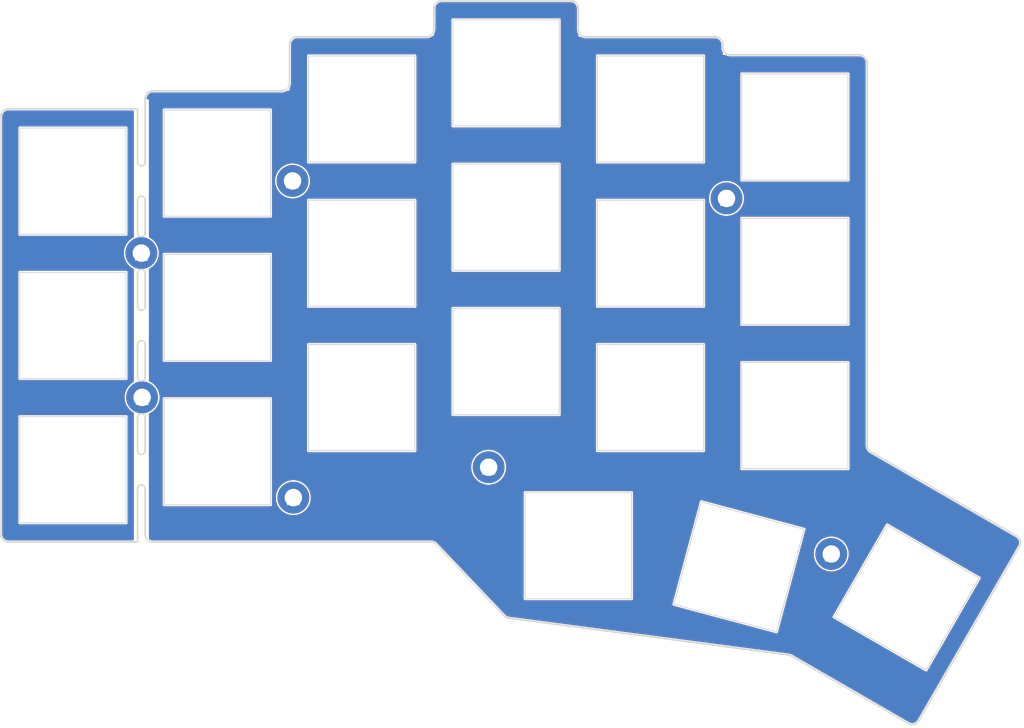
<source format=kicad_pcb>
(kicad_pcb (version 20211014) (generator pcbnew)
  (layers (0 "F.Cu" signal) (31 "B.Cu" signal) (34 "B.Paste" user) (35 "F.Paste" user) (36 "B.SilkS" user "B.Silkscreen") (37 "F.SilkS" user "F.Silkscreen") (38 "B.Mask" user) (39 "F.Mask" user) (44 "Edge.Cuts" user))
  (net 0 "")
  (footprint "kbd:SW_Hole" (layer "F.Cu") (at 42.721463 76.099368)
    (fp_text reference "K18" hide)
    (fp_text value "KEYSW" hide)
    (fp_line (start -7 -7) (end -7 7) (layer "Edge.Cuts") (width 0.12))
    (fp_line (start 7 -7) (end -7 -7) (layer "Edge.Cuts") (width 0.12))
    (fp_line (start 7 7) (end 7 -7) (layer "Edge.Cuts") (width 0.12))
    (fp_line (start -7 7) (end 7 7) (layer "Edge.Cuts") (width 0.12))
  )
  (footprint "kbd:SW_Hole" (layer "F.Cu") (at 118.721463 47.599367)
    (fp_text reference "K21" hide)
    (fp_text value "KEYSW" hide)
    (fp_line (start -7 -7) (end -7 7) (layer "Edge.Cuts") (width 0.12))
    (fp_line (start 7 -7) (end -7 -7) (layer "Edge.Cuts") (width 0.12))
    (fp_line (start -7 7) (end 7 7) (layer "Edge.Cuts") (width 0.12))
    (fp_line (start 7 7) (end 7 -7) (layer "Edge.Cuts") (width 0.12))
  )
  (footprint "kbd:SW_Hole" (layer "F.Cu") (at 42.721463 57.099368)
    (fp_text reference "K14" hide)
    (fp_text value "KEYSW" hide)
    (fp_line (start -7 -7) (end -7 7) (layer "Edge.Cuts") (width 0.12))
    (fp_line (start 7 -7) (end -7 -7) (layer "Edge.Cuts") (width 0.12))
    (fp_line (start 7 7) (end 7 -7) (layer "Edge.Cuts") (width 0.12))
    (fp_line (start -7 7) (end 7 7) (layer "Edge.Cuts") (width 0.12))
  )
  (footprint "kbd:SW_Hole" (layer "F.Cu") (at 61.721463 35.724368)
    (fp_text reference "K13" hide)
    (fp_text value "KEYSW" hide)
    (fp_line (start -7 -7) (end -7 7) (layer "Edge.Cuts") (width 0.12))
    (fp_line (start -7 7) (end 7 7) (layer "Edge.Cuts") (width 0.12))
    (fp_line (start 7 -7) (end -7 -7) (layer "Edge.Cuts") (width 0.12))
    (fp_line (start 7 7) (end 7 -7) (layer "Edge.Cuts") (width 0.12))
  )
  (footprint "kbd:SW_Hole" (layer "F.Cu") (at 152.426296 92.925796 60)
    (fp_text reference "K22" hide)
    (fp_text value "KEYSW" hide)
    (fp_line (start -7 7) (end 7 7) (layer "Edge.Cuts") (width 0.12))
    (fp_line (start 7 -7) (end -7 -7) (layer "Edge.Cuts") (width 0.12))
    (fp_line (start -7 -7) (end -7 7) (layer "Edge.Cuts") (width 0.12))
    (fp_line (start 7 7) (end 7 -7) (layer "Edge.Cuts") (width 0.12))
  )
  (footprint "kbd:M2_Hole_TH" (layer "F.Cu") (at 128.721463 40.374367)
    (fp_text reference "H8" (at 0 0.5) (layer "F.SilkS"))
    (fp_text value "MountingHole")
    (pad "" thru_hole circle (at 0 0) (size 4.2 4.2) (drill 2.3) (layers *.Cu *.Mask))
  )
  (footprint "kbd:SW_Hole" (layer "F.Cu") (at 80.721463 66.599368)
    (fp_text reference "K9" hide)
    (fp_text value "KEYSW" hide)
    (fp_line (start -7 7) (end 7 7) (layer "Edge.Cuts") (width 0.12))
    (fp_line (start -7 -7) (end -7 7) (layer "Edge.Cuts") (width 0.12))
    (fp_line (start 7 7) (end 7 -7) (layer "Edge.Cuts") (width 0.12))
    (fp_line (start 7 -7) (end -7 -7) (layer "Edge.Cuts") (width 0.12))
  )
  (footprint "kbd:M2_Hole_TH" (layer "F.Cu") (at 71.621463 38.074367)
    (fp_text reference "H4" (at 0 0.5) (layer "F.SilkS"))
    (fp_text value "MountingHole")
    (pad "" thru_hole circle (at 0 0) (size 4.2 4.2) (drill 2.3) (layers *.Cu *.Mask))
  )
  (footprint "kbd:SW_Hole" (layer "F.Cu") (at 130.35654 88.881582 -15)
    (fp_text reference "K1" hide)
    (fp_text value "KEYSW" hide)
    (fp_line (start -7 7) (end 7 7) (layer "Edge.Cuts") (width 0.12))
    (fp_line (start -7 -7) (end -7 7) (layer "Edge.Cuts") (width 0.12))
    (fp_line (start 7 7) (end 7 -7) (layer "Edge.Cuts") (width 0.12))
    (fp_line (start 7 -7) (end -7 -7) (layer "Edge.Cuts") (width 0.12))
  )
  (footprint "kbd:SW_Hole" (layer "F.Cu") (at 99.721463 23.849368)
    (fp_text reference "K11" hide)
    (fp_text value "KEYSW" hide)
    (fp_line (start 7 -7) (end -7 -7) (layer "Edge.Cuts") (width 0.12))
    (fp_line (start -7 7) (end 7 7) (layer "Edge.Cuts") (width 0.12))
    (fp_line (start 7 7) (end 7 -7) (layer "Edge.Cuts") (width 0.12))
    (fp_line (start -7 -7) (end -7 7) (layer "Edge.Cuts") (width 0.12))
  )
  (footprint "kbd:M2_Hole_TH" (layer "F.Cu") (at 51.821463 66.574367)
    (fp_text reference "H2" (at 0 0.5) (layer "F.SilkS"))
    (fp_text value "MountingHole")
    (pad "" thru_hole circle (at 0 0) (size 4.2 4.2) (drill 2.3) (layers *.Cu *.Mask))
  )
  (footprint "kbd:SW_Hole" (layer "F.Cu") (at 42.721463 38.099368)
    (fp_text reference "K7" hide)
    (fp_text value "KEYSW" hide)
    (fp_line (start -7 -7) (end -7 7) (layer "Edge.Cuts") (width 0.12))
    (fp_line (start -7 7) (end 7 7) (layer "Edge.Cuts") (width 0.12))
    (fp_line (start 7 7) (end 7 -7) (layer "Edge.Cuts") (width 0.12))
    (fp_line (start 7 -7) (end -7 -7) (layer "Edge.Cuts") (width 0.12))
  )
  (footprint "kbd:SW_Hole" (layer "F.Cu") (at 118.721463 66.599367)
    (fp_text reference "K12" hide)
    (fp_text value "KEYSW" hide)
    (fp_line (start 7 -7) (end -7 -7) (layer "Edge.Cuts") (width 0.12))
    (fp_line (start -7 7) (end 7 7) (layer "Edge.Cuts") (width 0.12))
    (fp_line (start 7 7) (end 7 -7) (layer "Edge.Cuts") (width 0.12))
    (fp_line (start -7 -7) (end -7 7) (layer "Edge.Cuts") (width 0.12))
  )
  (footprint "kbd:M2_Hole_TH" (layer "F.Cu") (at 51.721463 47.574367)
    (fp_text reference "H1" (at 0 0.5) (layer "F.SilkS"))
    (fp_text value "MountingHole")
    (pad "" thru_hole circle (at 0 0) (size 4.2 4.2) (drill 2.3) (layers *.Cu *.Mask))
  )
  (footprint "kbd:SW_Hole" (layer "F.Cu") (at 118.721463 28.599367)
    (fp_text reference "K16" hide)
    (fp_text value "KEYSW" hide)
    (fp_line (start -7 7) (end 7 7) (layer "Edge.Cuts") (width 0.12))
    (fp_line (start 7 7) (end 7 -7) (layer "Edge.Cuts") (width 0.12))
    (fp_line (start -7 -7) (end -7 7) (layer "Edge.Cuts") (width 0.12))
    (fp_line (start 7 -7) (end -7 -7) (layer "Edge.Cuts") (width 0.12))
  )
  (footprint "kbd:SW_Hole" (layer "F.Cu") (at 80.721463 47.599368)
    (fp_text reference "K6" hide)
    (fp_text value "KEYSW" hide)
    (fp_line (start -7 7) (end 7 7) (layer "Edge.Cuts") (width 0.12))
    (fp_line (start 7 7) (end 7 -7) (layer "Edge.Cuts") (width 0.12))
    (fp_line (start -7 -7) (end -7 7) (layer "Edge.Cuts") (width 0.12))
    (fp_line (start 7 -7) (end -7 -7) (layer "Edge.Cuts") (width 0.12))
  )
  (footprint "kbd:M2_Hole_TH" (layer "F.Cu") (at 97.421463 75.774367)
    (fp_text reference "H6" (at 0 0.5) (layer "F.SilkS"))
    (fp_text value "MountingHole")
    (pad "" thru_hole circle (at 0 0) (size 4.2 4.2) (drill 2.3) (layers *.Cu *.Mask))
  )
  (footprint "kbd:SW_Hole" (layer "F.Cu") (at 109.221463 86.099097)
    (fp_text reference "K5" hide)
    (fp_text value "KEYSW" hide)
    (fp_line (start -7 7) (end 7 7) (layer "Edge.Cuts") (width 0.12))
    (fp_line (start 7 -7) (end -7 -7) (layer "Edge.Cuts") (width 0.12))
    (fp_line (start -7 -7) (end -7 7) (layer "Edge.Cuts") (width 0.12))
    (fp_line (start 7 7) (end 7 -7) (layer "Edge.Cuts") (width 0.12))
  )
  (footprint "kbd:SW_Hole" (layer "F.Cu") (at 137.721463 49.974367)
    (fp_text reference "K3" hide)
    (fp_text value "KEYSW" hide)
    (fp_line (start -7 -7) (end -7 7) (layer "Edge.Cuts") (width 0.12))
    (fp_line (start -7 7) (end 7 7) (layer "Edge.Cuts") (width 0.12))
    (fp_line (start 7 -7) (end -7 -7) (layer "Edge.Cuts") (width 0.12))
    (fp_line (start 7 7) (end 7 -7) (layer "Edge.Cuts") (width 0.12))
  )
  (footprint "kbd:SW_Hole" (layer "F.Cu") (at 99.721463 42.849368)
    (fp_text reference "K19" hide)
    (fp_text value "KEYSW" hide)
    (fp_line (start -7 7) (end 7 7) (layer "Edge.Cuts") (width 0.12))
    (fp_line (start -7 -7) (end -7 7) (layer "Edge.Cuts") (width 0.12))
    (fp_line (start 7 -7) (end -7 -7) (layer "Edge.Cuts") (width 0.12))
    (fp_line (start 7 7) (end 7 -7) (layer "Edge.Cuts") (width 0.12))
  )
  (footprint "kbd:SW_Hole" (layer "F.Cu") (at 61.721463 73.724368)
    (fp_text reference "K8" hide)
    (fp_text value "KEYSW" hide)
    (fp_line (start -7 7) (end 7 7) (layer "Edge.Cuts") (width 0.12))
    (fp_line (start 7 -7) (end -7 -7) (layer "Edge.Cuts") (width 0.12))
    (fp_line (start -7 -7) (end -7 7) (layer "Edge.Cuts") (width 0.12))
    (fp_line (start 7 7) (end 7 -7) (layer "Edge.Cuts") (width 0.12))
  )
  (footprint "kbd:M2_Hole_TH" (layer "F.Cu") (at 71.721463 79.774367)
    (fp_text reference "H5" (at 0 0.5) (layer "F.SilkS"))
    (fp_text value "MountingHole")
    (pad "" thru_hole circle (at 0 0) (size 4.2 4.2) (drill 2.3) (layers *.Cu *.Mask))
  )
  (footprint "kbd:SW_Hole" (layer "F.Cu") (at 137.721463 30.974367)
    (fp_text reference "K4" hide)
    (fp_text value "KEYSW" hide)
    (fp_line (start 7 7) (end 7 -7) (layer "Edge.Cuts") (width 0.12))
    (fp_line (start -7 7) (end 7 7) (layer "Edge.Cuts") (width 0.12))
    (fp_line (start 7 -7) (end -7 -7) (layer "Edge.Cuts") (width 0.12))
    (fp_line (start -7 -7) (end -7 7) (layer "Edge.Cuts") (width 0.12))
  )
  (footprint "kbd:SW_Hole" (layer "F.Cu") (at 137.721463 68.974367)
    (fp_text reference "K2" hide)
    (fp_text value "KEYSW" hide)
    (fp_line (start -7 7) (end 7 7) (layer "Edge.Cuts") (width 0.12))
    (fp_line (start -7 -7) (end -7 7) (layer "Edge.Cuts") (width 0.12))
    (fp_line (start 7 7) (end 7 -7) (layer "Edge.Cuts") (width 0.12))
    (fp_line (start 7 -7) (end -7 -7) (layer "Edge.Cuts") (width 0.12))
  )
  (footprint "kbd:SW_Hole" (layer "F.Cu") (at 99.721463 61.849368)
    (fp_text reference "K15" hide)
    (fp_text value "KEYSW" hide)
    (fp_line (start 7 -7) (end -7 -7) (layer "Edge.Cuts") (width 0.12))
    (fp_line (start -7 -7) (end -7 7) (layer "Edge.Cuts") (width 0.12))
    (fp_line (start 7 7) (end 7 -7) (layer "Edge.Cuts") (width 0.12))
    (fp_line (start -7 7) (end 7 7) (layer "Edge.Cuts") (width 0.12))
  )
  (footprint "kbd:M2_Hole_TH" (layer "F.Cu") (at 142.507505 87.19918)
    (fp_text reference "H9" (at 0 0.5) (layer "F.SilkS"))
    (fp_text value "MountingHole")
    (pad "" thru_hole circle (at 0 0) (size 4.2 4.2) (drill 2.3) (layers *.Cu *.Mask))
  )
  (footprint "kbd:SW_Hole" (layer "F.Cu") (at 61.721463 54.724368)
    (fp_text reference "K17" hide)
    (fp_text value "KEYSW" hide)
    (fp_line (start -7 -7) (end -7 7) (layer "Edge.Cuts") (width 0.12))
    (fp_line (start 7 7) (end 7 -7) (layer "Edge.Cuts") (width 0.12))
    (fp_line (start 7 -7) (end -7 -7) (layer "Edge.Cuts") (width 0.12))
    (fp_line (start -7 7) (end 7 7) (layer "Edge.Cuts") (width 0.12))
  )
  (footprint "kbd:SW_Hole" (layer "F.Cu") (at 80.721463 28.599368)
    (fp_text reference "K20" hide)
    (fp_text value "KEYSW" hide)
    (fp_line (start -7 7) (end 7 7) (layer "Edge.Cuts") (width 0.12))
    (fp_line (start -7 -7) (end -7 7) (layer "Edge.Cuts") (width 0.12))
    (fp_line (start 7 7) (end 7 -7) (layer "Edge.Cuts") (width 0.12))
    (fp_line (start 7 -7) (end -7 -7) (layer "Edge.Cuts") (width 0.12))
  )
  (gr_arc (start 89.796623 85.599367) (mid 90.187009 85.679623) (end 90.514076 85.907372) (layer "Edge.Cuts") (width 0.2))
  (gr_arc (start 166.912511 84.834934) (mid 167.378437 85.442141) (end 167.278537 86.20096) (layer "Edge.Cuts") (width 0.2))
  (gr_line (start 51.221491 54.599327) (end 51.22149 50.224327) (layer "Edge.Cuts") (width 0.2))
  (gr_arc (start 51.221463 59.599366) (mid 51.721463 59.099366) (end 52.221463 59.599366) (layer "Edge.Cuts") (width 0.2))
  (gr_arc (start 90.221463 18.099368) (mid 89.92857 18.806475) (end 89.221463 19.099368) (layer "Edge.Cuts") (width 0.2))
  (gr_line (start 52.221463 35.599367) (end 52.221463 27.224367) (layer "Edge.Cuts") (width 0.2))
  (gr_line (start 99.480311 95.345258) (end 90.514076 85.907372) (layer "Edge.Cuts") (width 0.2))
  (gr_arc (start 51.221463 40.599367) (mid 51.721463 40.099367) (end 52.221463 40.599367) (layer "Edge.Cuts") (width 0.2))
  (gr_line (start 147.721463 73.754978) (end 166.912511 84.834934) (layer "Edge.Cuts") (width 0.2))
  (gr_arc (start 51.22149 69.224327) (mid 51.72149 68.724327) (end 52.22149 69.224327) (layer "Edge.Cuts") (width 0.2))
  (gr_line (start 147.221463 22.474368) (end 147.221463 72.888952) (layer "Edge.Cuts") (width 0.2))
  (gr_arc (start 52.22149 44.924327) (mid 51.72149 45.424327) (end 51.22149 44.924327) (layer "Edge.Cuts") (width 0.2))
  (gr_line (start 51.221463 28.599368) (end 51.221463 35.599367) (layer "Edge.Cuts") (width 0.2))
  (gr_arc (start 52.22149 63.924327) (mid 51.72149 64.424327) (end 51.22149 63.924327) (layer "Edge.Cuts") (width 0.2))
  (gr_arc (start 71.221463 25.224368) (mid 70.92857 25.931475) (end 70.221463 26.224368) (layer "Edge.Cuts") (width 0.2))
  (gr_arc (start 52.221463 73.599366) (mid 51.721463 74.099366) (end 51.221463 73.599366) (layer "Edge.Cuts") (width 0.2))
  (gr_line (start 52.221463 84.599366) (end 52.221463 78.599366) (layer "Edge.Cuts") (width 0.2))
  (gr_line (start 52.22149 63.924327) (end 52.221491 59.599327) (layer "Edge.Cuts") (width 0.2))
  (gr_arc (start 53.221463 85.599366) (mid 52.514356 85.306473) (end 52.221463 84.599366) (layer "Edge.Cuts") (width 0.2))
  (gr_line (start 71.221463 25.224368) (end 71.221463 20.099368) (layer "Edge.Cuts") (width 0.2))
  (gr_arc (start 146.221463 21.474368) (mid 146.92857 21.767261) (end 147.221463 22.474368) (layer "Edge.Cuts") (width 0.2))
  (gr_arc (start 108.221463 14.349368) (mid 108.92857 14.642261) (end 109.221463 15.349368) (layer "Edge.Cuts") (width 0.2))
  (gr_line (start 110.221463 19.099367) (end 127.221463 19.099367) (layer "Edge.Cuts") (width 0.2))
  (gr_line (start 52.221491 73.599327) (end 52.22149 69.224327) (layer "Edge.Cuts") (width 0.2))
  (gr_line (start 89.796623 85.599366) (end 53.221463 85.599366) (layer "Edge.Cuts") (width 0.2))
  (gr_line (start 152.662511 109.516658) (end 137.244527 100.615081) (layer "Edge.Cuts") (width 0.2))
  (gr_arc (start 110.221462 19.099368) (mid 109.514356 18.806474) (end 109.221463 18.099367) (layer "Edge.Cuts") (width 0.2))
  (gr_line (start 33.221463 84.609762) (end 33.221464 44.849368) (layer "Edge.Cuts") (width 0.2))
  (gr_arc (start 52.221463 54.599366) (mid 51.721463 55.099366) (end 51.221463 54.599366) (layer "Edge.Cuts") (width 0.2))
  (gr_arc (start 51.221463 78.599366) (mid 51.721463 78.099366) (end 52.221463 78.599366) (layer "Edge.Cuts") (width 0.2))
  (gr_line (start 51.221463 78.599366) (end 51.221463 85.599366) (layer "Edge.Cuts") (width 0.2))
  (gr_line (start 52.221491 40.599328) (end 52.22149 44.924327) (layer "Edge.Cuts") (width 0.2))
  (gr_arc (start 34.211068 85.599367) (mid 33.511312 85.309518) (end 33.221463 84.609762) (layer "Edge.Cuts") (width 0.2))
  (gr_line (start 51.221463 85.599366) (end 34.211068 85.599366) (layer "Edge.Cuts") (width 0.2))
  (gr_arc (start 52.221463 27.224368) (mid 52.514356 26.517261) (end 53.221463 26.224368) (layer "Edge.Cuts") (width 0.2))
  (gr_line (start 53.221463 26.224368) (end 70.221463 26.224368) (layer "Edge.Cuts") (width 0.2))
  (gr_arc (start 129.221463 21.474367) (mid 128.514356 21.181474) (end 128.221463 20.474367) (layer "Edge.Cuts") (width 0.2))
  (gr_arc (start 90.221463 15.349368) (mid 90.514356 14.642261) (end 91.221463 14.349368) (layer "Edge.Cuts") (width 0.2))
  (gr_arc (start 127.221463 19.099367) (mid 127.92857 19.39226) (end 128.221463 20.099367) (layer "Edge.Cuts") (width 0.2))
  (gr_arc (start 100.068595 95.644797) (mid 99.748739 95.545528) (end 99.480311 95.345258) (layer "Edge.Cuts") (width 0.2))
  (gr_line (start 136.878894 100.490965) (end 100.068595 95.644797) (layer "Edge.Cuts") (width 0.2))
  (gr_line (start 33.221464 44.849368) (end 33.221464 29.599368) (layer "Edge.Cuts") (width 0.2))
  (gr_line (start 109.221463 15.349368) (end 109.221463 18.099367) (layer "Edge.Cuts") (width 0.2))
  (gr_line (start 128.221463 20.099367) (end 128.221463 20.474367) (layer "Edge.Cuts") (width 0.2))
  (gr_arc (start 33.221464 29.599368) (mid 33.514357 28.892261) (end 34.221464 28.599368) (layer "Edge.Cuts") (width 0.2))
  (gr_line (start 129.221463 21.474367) (end 146.221463 21.474368) (layer "Edge.Cuts") (width 0.2))
  (gr_line (start 52.221491 54.599327) (end 52.22149 50.224327) (layer "Edge.Cuts") (width 0.2))
  (gr_line (start 167.278537 86.20096) (end 154.028537 109.150633) (layer "Edge.Cuts") (width 0.2))
  (gr_arc (start 52.221463 35.599367) (mid 51.721463 36.099367) (end 51.221463 35.599367) (layer "Edge.Cuts") (width 0.2))
  (gr_arc (start 136.878894 100.490965) (mid 137.067823 100.535017) (end 137.244527 100.615081) (layer "Edge.Cuts") (width 0.2))
  (gr_arc (start 147.721463 73.754977) (mid 147.355438 73.388952) (end 147.221463 72.888952) (layer "Edge.Cuts") (width 0.2))
  (gr_arc (start 71.221462 20.099368) (mid 71.514356 19.392261) (end 72.221463 19.099367) (layer "Edge.Cuts") (width 0.2))
  (gr_line (start 90.221463 18.099368) (end 90.221463 15.349368) (layer "Edge.Cuts") (width 0.2))
  (gr_arc (start 51.22149 50.224327) (mid 51.72149 49.724327) (end 52.22149 50.224327) (layer "Edge.Cuts") (width 0.2))
  (gr_line (start 51.22149 63.924327) (end 51.221491 59.599327) (layer "Edge.Cuts") (width 0.2))
  (gr_line (start 51.22149 69.224327) (end 51.221491 73.599327) (layer "Edge.Cuts") (width 0.2))
  (gr_line (start 91.221463 14.349368) (end 108.221463 14.349368) (layer "Edge.Cuts") (width 0.2))
  (gr_line (start 72.221463 19.099367) (end 89.221463 19.099368) (layer "Edge.Cuts") (width 0.2))
  (gr_line (start 51.221491 40.599328) (end 51.22149 44.924327) (layer "Edge.Cuts") (width 0.2))
  (gr_arc (start 154.028536 109.150633) (mid 153.42133 109.616559) (end 152.662511 109.516658) (layer "Edge.Cuts") (width 0.2))
  (gr_line (start 34.221464 28.599368) (end 51.221463 28.599368) (layer "Edge.Cuts") (width 0.2))
  (zone (net 0) (net_name "") (layers F&B.Cu) (priority 1) (connect_pads (clearance 0.2)) (min_thickness 0.25) (fill yes (thermal_gap 0.5) (thermal_bridge_width 0.5))
    (polygon (pts (xy 109.221463 19.104952) (xy 128.221463 19.104952) (xy 128.221463 21.504952) (xy 147.221463 21.504952) (xy 147.221463 23.804952) (xy 147.721464 73.349367) (xy 167.821463 85.204952) (xy 153.421463 109.904952) (xy 137.021463 100.504952) (xy 99.721463 95.504952) (xy 90.121463 85.504952) (xy 33.221463 85.604952) (xy 33.221463 28.504952) (xy 52.221463 28.504952) (xy 52.221463 26.204952) (xy 71.221463 26.204952) (xy 71.221463 19.004952) (xy 90.221463 19.004952) (xy 90.221463 14.304952) (xy 109.221463 14.304952)))
  )
  (zone (net 0) (net_name "") (layers F&B.Cu) (connect_pads (clearance 0)) (min_thickness 0.254)
    (keepout (tracks not_allowed) (vias not_allowed) (pads not_allowed) (copperpour not_allowed) (footprints allowed))
    (fill (thermal_gap 0.508) (thermal_bridge_width 0.508))
    (polygon (pts (xy 52.721463 86.099367) (xy 50.721463 86.099367) (xy 50.721463 27.349367) (xy 52.721463 27.349367)))
  )
)
</source>
